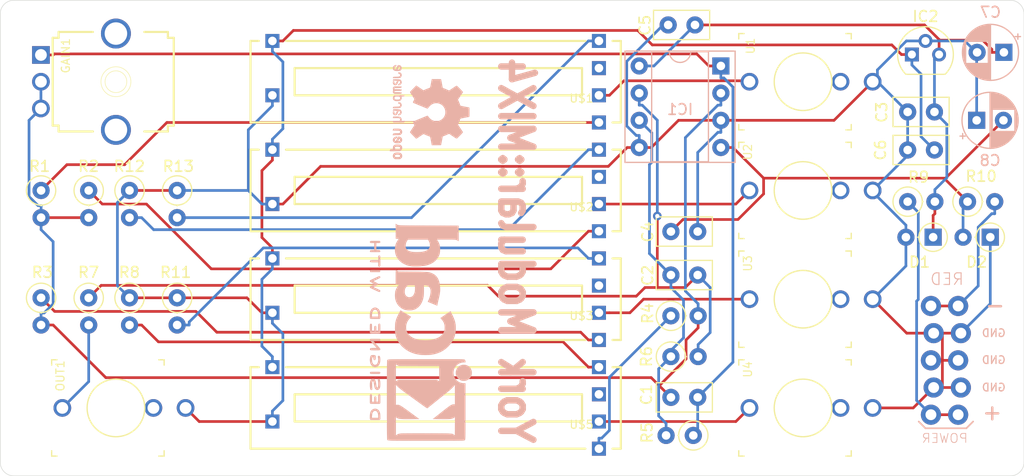
<source format=kicad_pcb>
(kicad_pcb (version 20171130) (host pcbnew 5.1.4-e60b266~84~ubuntu18.04.1)
  (layers (0 Top signal) (31 Bottom signal) (34 B.Paste user) (35 F.Paste user) (36 B.SilkS user) (37 F.SilkS user) (38 B.Mask user) (39 F.Mask user) (44 Edge.Cuts user))
  (net 0 "")
  (net 1 GND)
  (net 2 +5V)
  (net 3 V+)
  (net 4 V-)
  (net 5 "Net-(U$1-Pad1)")
  (net 6 "Net-(U$2-Pad1)")
  (net 7 "Net-(U$3-Pad1)")
  (net 8 "Net-(U$5-Pad1)")
  (net 9 "Net-(C1-Pad1)")
  (net 10 "Net-(R1-Pad1)")
  (net 11 "Net-(R2-Pad1)")
  (net 12 "Net-(R3-Pad1)")
  (net 13 "Net-(R4-Pad1)")
  (net 14 "Net-(C2-Pad1)")
  (net 15 "Net-(C2-Pad2)")
  (net 16 "Net-(C1-Pad2)")
  (net 17 "Net-(LOCK1-PadPOS1)")
  (net 18 "Net-(LOCK1-PadNEG1)")
  (net 19 "Net-(R13-Pad2)")
  (net 20 "Net-(R12-Pad2)")
  (net 21 "Net-(R11-Pad2)")
  (net 22 "Net-(R8-Pad2)")
  (net 23 "Net-(OUT1-PadP$1_TIP)")
  (module Symbol:KiCad-Logo2_8mm_SilkScreen (layer Bottom) (at 140.807 113.813 90)
    (fp_text reference REF** hide)
    (fp_text value KiCad-Logo2_8mm_SilkScreen hide)
  )
  (module Symbol:OSHW-Logo2_9.8x8mm_SilkScreen (layer Bottom) (at 140.807 93.239 90)
    (fp_text reference REF** hide)
    (fp_text value OSHW-Logo2_9.8x8mm_SilkScreen hide)
  )
  (module Package_TO_SOT_THT:TO-92 (layer Top) (at 185.814 87.8536)
    (fp_text reference IC2 (at 1.27 -3.56) (layer F.SilkS))
    (fp_text value 78Z)
    (pad 1 thru_hole rect (at 0 0 90) (size 1.3 1.3) (drill 0.75) (layers *.Cu *.Mask) (net 2 +5V))
    (pad 3 thru_hole circle (at 2.54 0 90) (size 1.3 1.3) (drill 0.75) (layers *.Cu *.Mask) (net 3 V+))
    (pad 2 thru_hole circle (at 1.27 -1.27 90) (size 1.3 1.3) (drill 0.75) (layers *.Cu *.Mask) (net 1 GND))
  )
  (module Diode_THT:D_DO-35_SOD27_P2.54mm_Vertical_AnodeUp (layer Top) (at 193.131 104.923 180)
    (fp_text reference D2 (at 1.27 -2.326371) (layer F.SilkS))
    (fp_text value D)
    (pad 2 thru_hole oval (at 2.54 0 180) (size 1.6 1.6) (drill 0.8) (layers *.Cu *.Mask) (net 4 V-))
    (pad 1 thru_hole rect (at 0 0 180) (size 1.6 1.6) (drill 0.8) (layers *.Cu *.Mask) (net 1 GND))
  )
  (module Diode_THT:D_DO-35_SOD27_P2.54mm_Vertical_AnodeUp (layer Top) (at 187.797 104.923 180)
    (fp_text reference D1 (at 1.27 -2.326371) (layer F.SilkS))
    (fp_text value D)
    (pad 2 thru_hole oval (at 2.54 0 180) (size 1.6 1.6) (drill 0.8) (layers *.Cu *.Mask) (net 1 GND))
    (pad 1 thru_hole rect (at 0 0 180) (size 1.6 1.6) (drill 0.8) (layers *.Cu *.Mask) (net 3 V+))
  )
  (module Capacitor_THT:CP_Radial_D5.0mm_P2.50mm (layer Bottom) (at 191.861 94.001)
    (fp_text reference C8 (at 1.25 3.75) (layer B.SilkS) (effects (justify mirror)))
    (fp_text value CP)
    (pad 2 thru_hole circle (at 2.5 0) (size 1.6 1.6) (drill 0.8) (layers *.Cu *.Mask) (net 4 V-))
    (pad 1 thru_hole rect (at 0 0) (size 1.6 1.6) (drill 0.8) (layers *.Cu *.Mask) (net 1 GND))
  )
  (module Capacitor_THT:CP_Radial_D5.0mm_P2.50mm (layer Bottom) (at 194.401 87.651 180)
    (fp_text reference C7 (at 1.25 3.75) (layer B.SilkS) (effects (justify mirror)))
    (fp_text value CP)
    (pad 2 thru_hole circle (at 2.5 0 180) (size 1.6 1.6) (drill 0.8) (layers *.Cu *.Mask) (net 1 GND))
    (pad 1 thru_hole rect (at 0 0 180) (size 1.6 1.6) (drill 0.8) (layers *.Cu *.Mask) (net 3 V+))
  )
  (module Package_DIP:DIP-8_W7.62mm_Socket (layer Bottom) (at 167.985 88.921 180)
    (fp_text reference IC1 (at 3.81 -4.064) (layer B.SilkS) (effects (justify mirror)))
    (fp_text value TL072P)
    (pad 8 thru_hole oval (at 7.62 0 180) (size 1.6 1.6) (drill 0.8) (layers *.Cu *.Mask) (net 3 V+))
    (pad 4 thru_hole oval (at 0 -7.62 180) (size 1.6 1.6) (drill 0.8) (layers *.Cu *.Mask) (net 4 V-))
    (pad 7 thru_hole oval (at 7.62 -2.54 180) (size 1.6 1.6) (drill 0.8) (layers *.Cu *.Mask) (net 15 "Net-(C2-Pad2)"))
    (pad 3 thru_hole oval (at 0 -5.08 180) (size 1.6 1.6) (drill 0.8) (layers *.Cu *.Mask) (net 1 GND))
    (pad 6 thru_hole oval (at 7.62 -5.08 180) (size 1.6 1.6) (drill 0.8) (layers *.Cu *.Mask) (net 14 "Net-(C2-Pad1)"))
    (pad 2 thru_hole oval (at 0 -2.54 180) (size 1.6 1.6) (drill 0.8) (layers *.Cu *.Mask) (net 9 "Net-(C1-Pad1)"))
    (pad 5 thru_hole oval (at 7.62 -7.62 180) (size 1.6 1.6) (drill 0.8) (layers *.Cu *.Mask) (net 1 GND))
    (pad 1 thru_hole rect (at 0 0 180) (size 1.6 1.6) (drill 0.8) (layers *.Cu *.Mask) (net 16 "Net-(C1-Pad2)"))
  )
  (module Capacitor_THT:C_Disc_D5.0mm_W2.5mm_P2.50mm (layer Top) (at 163.322 108.458)
    (fp_text reference C2 (at -2.1716 0.0304 90) (layer F.SilkS))
    (fp_text value 47p)
    (pad 2 thru_hole circle (at 2.5 0) (size 1.6 1.6) (drill 0.8) (layers *.Cu *.Mask) (net 15 "Net-(C2-Pad2)"))
    (pad 1 thru_hole circle (at 0 0) (size 1.6 1.6) (drill 0.8) (layers *.Cu *.Mask) (net 14 "Net-(C2-Pad1)"))
  )
  (module Capacitor_THT:C_Disc_D5.0mm_W2.5mm_P2.50mm (layer Top) (at 185.42 93.218)
    (fp_text reference C3 (at -2.4256 0.0304 90) (layer F.SilkS))
    (fp_text value 100n)
    (pad 1 thru_hole circle (at 0 0) (size 1.6 1.6) (drill 0.8) (layers *.Cu *.Mask) (net 1 GND))
    (pad 2 thru_hole circle (at 2.5 0) (size 1.6 1.6) (drill 0.8) (layers *.Cu *.Mask) (net 3 V+))
  )
  (module Capacitor_THT:C_Disc_D5.0mm_W2.5mm_P2.50mm (layer Top) (at 163.322 104.394)
    (fp_text reference C4 (at -2.1716 0.0304 90) (layer F.SilkS))
    (fp_text value 100n)
    (pad 2 thru_hole circle (at 2.5 0) (size 1.6 1.6) (drill 0.8) (layers *.Cu *.Mask) (net 1 GND))
    (pad 1 thru_hole circle (at 0 0) (size 1.6 1.6) (drill 0.8) (layers *.Cu *.Mask) (net 4 V-))
  )
  (module Capacitor_THT:C_Disc_D5.0mm_W2.5mm_P2.50mm (layer Top) (at 163.068 85.09)
    (fp_text reference C5 (at -2.1716 0.0304 90) (layer F.SilkS))
    (fp_text value 100n)
    (pad 1 thru_hole circle (at 0 0) (size 1.6 1.6) (drill 0.8) (layers *.Cu *.Mask) (net 1 GND))
    (pad 2 thru_hole circle (at 2.5 0) (size 1.6 1.6) (drill 0.8) (layers *.Cu *.Mask) (net 3 V+))
  )
  (module Capacitor_THT:C_Disc_D5.0mm_W2.5mm_P2.50mm (layer Top) (at 185.42 96.774)
    (fp_text reference C6 (at -2.54 0 90) (layer F.SilkS))
    (fp_text value 100n)
    (pad 2 thru_hole circle (at 2.5 0) (size 1.6 1.6) (drill 0.8) (layers *.Cu *.Mask) (net 2 +5V))
    (pad 1 thru_hole circle (at 0 0) (size 1.6 1.6) (drill 0.8) (layers *.Cu *.Mask) (net 1 GND))
  )
  (module Capacitor_THT:C_Disc_D5.0mm_W2.5mm_P2.50mm (layer Top) (at 163.322 119.888)
    (fp_text reference C1 (at -2.286 -0.254 90) (layer F.SilkS))
    (fp_text value 47p)
    (pad 1 thru_hole circle (at 0 0) (size 1.6 1.6) (drill 0.8) (layers *.Cu *.Mask) (net 9 "Net-(C1-Pad1)"))
    (pad 2 thru_hole circle (at 2.5 0) (size 1.6 1.6) (drill 0.8) (layers *.Cu *.Mask) (net 16 "Net-(C1-Pad2)"))
  )
  (module Resistor_THT:R_Axial_DIN0207_L6.3mm_D2.5mm_P2.54mm_Vertical (layer Top) (at 163.322 116.078)
    (fp_text reference R6 (at -2.286 0 90) (layer F.SilkS))
    (fp_text value 1k)
    (pad 1 thru_hole circle (at 0 0) (size 1.6 1.6) (drill 0.8) (layers *.Cu *.Mask) (net 14 "Net-(C2-Pad1)"))
    (pad 2 thru_hole oval (at 2.54 0) (size 1.6 1.6) (drill 0.8) (layers *.Cu *.Mask) (net 15 "Net-(C2-Pad2)"))
  )
  (module Resistor_THT:R_Axial_DIN0207_L6.3mm_D2.5mm_P2.54mm_Vertical (layer Top) (at 112.789 100.554 270)
    (fp_text reference R12 (at -2.2556 0.0126) (layer F.SilkS))
    (fp_text value 1k)
    (pad 2 thru_hole oval (at 2.54 0 270) (size 1.6 1.6) (drill 0.8) (layers *.Cu *.Mask) (net 20 "Net-(R12-Pad2)"))
    (pad 1 thru_hole circle (at 0 0 270) (size 1.6 1.6) (drill 0.8) (layers *.Cu *.Mask) (net 1 GND))
  )
  (module Resistor_THT:R_Axial_DIN0207_L6.3mm_D2.5mm_P2.54mm_Vertical (layer Top) (at 117.234 110.587 270)
    (fp_text reference R11 (at -2.3826 0.1396) (layer F.SilkS))
    (fp_text value 1k)
    (pad 1 thru_hole circle (at 0 0 270) (size 1.6 1.6) (drill 0.8) (layers *.Cu *.Mask) (net 1 GND))
    (pad 2 thru_hole oval (at 2.54 0 270) (size 1.6 1.6) (drill 0.8) (layers *.Cu *.Mask) (net 21 "Net-(R11-Pad2)"))
  )
  (module Resistor_THT:R_Axial_DIN0207_L6.3mm_D2.5mm_P2.54mm_Vertical (layer Top) (at 191.008 101.6)
    (fp_text reference R10 (at 1.27 -2.37) (layer F.SilkS))
    (fp_text value 22R)
    (pad 2 thru_hole oval (at 2.54 0) (size 1.6 1.6) (drill 0.8) (layers *.Cu *.Mask) (net 18 "Net-(LOCK1-PadNEG1)"))
    (pad 1 thru_hole circle (at 0 0) (size 1.6 1.6) (drill 0.8) (layers *.Cu *.Mask) (net 4 V-))
  )
  (module Resistor_THT:R_Axial_DIN0207_L6.3mm_D2.5mm_P2.54mm_Vertical (layer Top) (at 185.42 101.6)
    (fp_text reference R9 (at 1.016 -2.286 180) (layer F.SilkS))
    (fp_text value 22R)
    (pad 1 thru_hole circle (at 0 0) (size 1.6 1.6) (drill 0.8) (layers *.Cu *.Mask) (net 17 "Net-(LOCK1-PadPOS1)"))
    (pad 2 thru_hole oval (at 2.54 0) (size 1.6 1.6) (drill 0.8) (layers *.Cu *.Mask) (net 3 V+))
  )
  (module Resistor_THT:R_Axial_DIN0207_L6.3mm_D2.5mm_P2.54mm_Vertical (layer Top) (at 112.789 110.587 270)
    (fp_text reference R8 (at -2.3826 0.0126) (layer F.SilkS))
    (fp_text value 1k)
    (pad 2 thru_hole oval (at 2.54 0 270) (size 1.6 1.6) (drill 0.8) (layers *.Cu *.Mask) (net 22 "Net-(R8-Pad2)"))
    (pad 1 thru_hole circle (at 0 0 270) (size 1.6 1.6) (drill 0.8) (layers *.Cu *.Mask) (net 1 GND))
  )
  (module Resistor_THT:R_Axial_DIN0207_L6.3mm_D2.5mm_P2.54mm_Vertical (layer Top) (at 108.979 110.587 270)
    (fp_text reference R7 (at -2.3826 0.0126) (layer F.SilkS))
    (fp_text value 1k)
    (pad 1 thru_hole circle (at 0 0 270) (size 1.6 1.6) (drill 0.8) (layers *.Cu *.Mask) (net 15 "Net-(C2-Pad2)"))
    (pad 2 thru_hole oval (at 2.54 0 270) (size 1.6 1.6) (drill 0.8) (layers *.Cu *.Mask) (net 23 "Net-(OUT1-PadP$1_TIP)"))
  )
  (module Resistor_THT:R_Axial_DIN0207_L6.3mm_D2.5mm_P2.54mm_Vertical (layer Top) (at 165.412 123.444 180)
    (fp_text reference R5 (at 4.318 0.254 270) (layer F.SilkS))
    (fp_text value 1k)
    (pad 2 thru_hole oval (at 2.54 0 180) (size 1.6 1.6) (drill 0.8) (layers *.Cu *.Mask) (net 14 "Net-(C2-Pad1)"))
    (pad 1 thru_hole circle (at 0 0 180) (size 1.6 1.6) (drill 0.8) (layers *.Cu *.Mask) (net 16 "Net-(C1-Pad2)"))
  )
  (module Resistor_THT:R_Axial_DIN0207_L6.3mm_D2.5mm_P2.54mm_Vertical (layer Top) (at 163.322 112.268)
    (fp_text reference R4 (at -2.1716 -0.2236 90) (layer F.SilkS))
    (fp_text value 100k)
    (pad 1 thru_hole circle (at 0 0) (size 1.6 1.6) (drill 0.8) (layers *.Cu *.Mask) (net 13 "Net-(R4-Pad1)"))
    (pad 2 thru_hole oval (at 2.54 0) (size 1.6 1.6) (drill 0.8) (layers *.Cu *.Mask) (net 9 "Net-(C1-Pad1)"))
  )
  (module Resistor_THT:R_Axial_DIN0207_L6.3mm_D2.5mm_P2.54mm_Vertical (layer Top) (at 104.534 110.587 270)
    (fp_text reference R3 (at -2.3826 -0.1144) (layer F.SilkS))
    (fp_text value 100k)
    (pad 2 thru_hole oval (at 2.54 0 270) (size 1.6 1.6) (drill 0.8) (layers *.Cu *.Mask) (net 9 "Net-(C1-Pad1)"))
    (pad 1 thru_hole circle (at 0 0 270) (size 1.6 1.6) (drill 0.8) (layers *.Cu *.Mask) (net 12 "Net-(R3-Pad1)"))
  )
  (module Resistor_THT:R_Axial_DIN0207_L6.3mm_D2.5mm_P2.54mm_Vertical (layer Top) (at 108.979 100.554 270)
    (fp_text reference R2 (at -2.2556 0.0126) (layer F.SilkS))
    (fp_text value 100k)
    (pad 1 thru_hole circle (at 0 0 270) (size 1.6 1.6) (drill 0.8) (layers *.Cu *.Mask) (net 11 "Net-(R2-Pad1)"))
    (pad 2 thru_hole oval (at 2.54 0 270) (size 1.6 1.6) (drill 0.8) (layers *.Cu *.Mask) (net 9 "Net-(C1-Pad1)"))
  )
  (module Resistor_THT:R_Axial_DIN0207_L6.3mm_D2.5mm_P2.54mm_Vertical (layer Top) (at 117.234 100.554 270)
    (fp_text reference R13 (at -2.2556 -0.1144) (layer F.SilkS))
    (fp_text value 1k)
    (pad 2 thru_hole oval (at 2.54 0 270) (size 1.6 1.6) (drill 0.8) (layers *.Cu *.Mask) (net 19 "Net-(R13-Pad2)"))
    (pad 1 thru_hole circle (at 0 0 270) (size 1.6 1.6) (drill 0.8) (layers *.Cu *.Mask) (net 1 GND))
  )
  (module Resistor_THT:R_Axial_DIN0207_L6.3mm_D2.5mm_P2.54mm_Vertical (layer Top) (at 104.534 100.554 270)
    (fp_text reference R1 (at -2.2556 0.1396) (layer F.SilkS))
    (fp_text value 100k)
    (pad 1 thru_hole circle (at 0 0 270) (size 1.6 1.6) (drill 0.8) (layers *.Cu *.Mask) (net 10 "Net-(R1-Pad1)"))
    (pad 2 thru_hole oval (at 2.54 0 270) (size 1.6 1.6) (drill 0.8) (layers *.Cu *.Mask) (net 9 "Net-(C1-Pad1)"))
  )
  (module euroslideymixer:WQP-PJ301M-12_JACK (layer Top) (at 175.654 90.3936 90)
    (fp_text reference U1 (at 2.5096 -4.4576 90) (layer F.SilkS) (effects (font (size 0.76 0.76) (thickness 0.1064)) (justify left bottom)))
    (fp_text value THONKICONNNEW hide)
    (pad P$3_SLEEVE thru_hole circle (at 0 6.5 90) (size 1.65 1.65) (drill 1.1) (layers *.Cu *.Mask) (net 1 GND))
    (pad P$2_SWITCH thru_hole circle (at 0 3.5 90) (size 1.65 1.65) (drill 1.1) (layers *.Cu *.Mask))
    (pad P$1_TIP thru_hole circle (at 0 -5 90) (size 1.65 1.65) (drill 1.1) (layers *.Cu *.Mask) (net 5 "Net-(U$1-Pad1)"))
  )
  (module euroslideymixer:WQP-PJ301M-12_JACK (layer Top) (at 175.654 100.554 90)
    (fp_text reference U2 (at 2.7636 -4.7116 270) (layer F.SilkS) (effects (font (size 0.76 0.76) (thickness 0.1064)) (justify left bottom)))
    (fp_text value THONKICONNNEW hide)
    (pad P$3_SLEEVE thru_hole circle (at 0 6.5 90) (size 1.65 1.65) (drill 1.1) (layers *.Cu *.Mask) (net 1 GND))
    (pad P$2_SWITCH thru_hole circle (at 0 3.5 90) (size 1.65 1.65) (drill 1.1) (layers *.Cu *.Mask))
    (pad P$1_TIP thru_hole circle (at 0 -5 90) (size 1.65 1.65) (drill 1.1) (layers *.Cu *.Mask) (net 6 "Net-(U$2-Pad1)"))
  )
  (module euroslideymixer:WQP-PJ301M-12_JACK (layer Top) (at 175.654 110.714 90)
    (fp_text reference U3 (at 2.5096 -4.7116 270) (layer F.SilkS) (effects (font (size 0.76 0.76) (thickness 0.1064)) (justify left bottom)))
    (fp_text value THONKICONNNEW hide)
    (pad P$3_SLEEVE thru_hole circle (at 0 6.5 90) (size 1.65 1.65) (drill 1.1) (layers *.Cu *.Mask) (net 1 GND))
    (pad P$2_SWITCH thru_hole circle (at 0 3.5 90) (size 1.65 1.65) (drill 1.1) (layers *.Cu *.Mask))
    (pad P$1_TIP thru_hole circle (at 0 -5 90) (size 1.65 1.65) (drill 1.1) (layers *.Cu *.Mask) (net 7 "Net-(U$3-Pad1)"))
  )
  (module euroslideymixer:WQP-PJ301M-12_JACK (layer Top) (at 175.654 120.874 90)
    (fp_text reference U4 (at 2.7636 -4.7116 270) (layer F.SilkS) (effects (font (size 0.76 0.76) (thickness 0.1064)) (justify left bottom)))
    (fp_text value THONKICONNNEW hide)
    (pad P$3_SLEEVE thru_hole circle (at 0 6.5 90) (size 1.65 1.65) (drill 1.1) (layers *.Cu *.Mask) (net 1 GND))
    (pad P$2_SWITCH thru_hole circle (at 0 3.5 90) (size 1.65 1.65) (drill 1.1) (layers *.Cu *.Mask))
    (pad P$1_TIP thru_hole circle (at 0 -5 90) (size 1.65 1.65) (drill 1.1) (layers *.Cu *.Mask) (net 8 "Net-(U$5-Pad1)"))
  )
  (module euroslideymixer:WQP-PJ301M-12_JACK (layer Top) (at 111.519 120.874 90)
    (fp_text reference OUT1 (at 1.473 -4.748 270) (layer F.SilkS) (effects (font (size 0.76 0.76) (thickness 0.1064)) (justify left bottom)))
    (fp_text value THONKICONNNEW hide)
    (pad P$3_SLEEVE thru_hole circle (at 0 6.5 90) (size 1.65 1.65) (drill 1.1) (layers *.Cu *.Mask) (net 1 GND))
    (pad P$2_SWITCH thru_hole circle (at 0 3.5 90) (size 1.65 1.65) (drill 1.1) (layers *.Cu *.Mask))
    (pad P$1_TIP thru_hole circle (at 0 -5 90) (size 1.65 1.65) (drill 1.1) (layers *.Cu *.Mask) (net 23 "Net-(OUT1-PadP$1_TIP)"))
  )
  (module euroslideymixer:9MM_SNAP-IN_POT (layer Top) (at 111.519 90.3936 270)
    (fp_text reference GAIN1 (at -0.7106 4.24 90) (layer F.SilkS) (effects (font (size 0.76 0.76) (thickness 0.1064)) (justify left bottom)))
    (fp_text value 1M)
    (pad CHASSIS1 thru_hole circle (at -4.5 0 180) (size 2.794 2.794) (drill 2.1) (layers *.Cu *.Mask))
    (pad CHASSIS2 thru_hole circle (at 4.5 0 180) (size 2.794 2.794) (drill 2.1) (layers *.Cu *.Mask))
    (pad 3 thru_hole circle (at 2.5 7 180) (size 1.65 1.65) (drill 1.1) (layers *.Cu *.Mask) (net 9 "Net-(C1-Pad1)"))
    (pad 2 thru_hole circle (at 0 7 180) (size 1.65 1.65) (drill 1.1) (layers *.Cu *.Mask) (net 9 "Net-(C1-Pad1)"))
    (pad 1 thru_hole rect (at -2.5 7 180) (size 1.65 1.65) (drill 1.1) (layers *.Cu *.Mask) (net 16 "Net-(C1-Pad2)"))
  )
  (module euroslideymixer:EURO_PWR_HEADER_LOCK (layer Bottom) (at 188.989 116.429 270)
    (fp_text reference LOCK1 hide)
    (fp_text value EURO_POWER_LOCK hide)
    (fp_text user RED (at -6.9546 1.5366) (layer B.SilkS) (effects (font (size 1.08585 1.08585) (thickness 0.09144)) (justify right bottom mirror)))
    (fp_text user - (at -4.318231 -3.5434 180) (layer B.SilkS) (effects (font (size 1.4478 1.4478) (thickness 0.2286)) (justify right bottom mirror)))
    (fp_text user + (at 5.9994 -5.0674 90) (layer B.SilkS) (effects (font (size 1.4478 1.4478) (thickness 0.2286)) (justify right bottom mirror)))
    (fp_text user GND (at 2.9514 -3.2894 180) (layer B.SilkS) (effects (font (size 0.7239 0.7239) (thickness 0.1143)) (justify right bottom mirror)))
    (fp_text user GND (at 0.389575 -3.2894 180) (layer B.SilkS) (effects (font (size 0.7239 0.7239) (thickness 0.1143)) (justify right bottom mirror)))
    (fp_text user GND (at -2.1286 -3.2894 180) (layer B.SilkS) (effects (font (size 0.7239 0.7239) (thickness 0.1143)) (justify right bottom mirror)))
    (fp_text user POWER (at 7.7774 2.2986) (layer B.SilkS) (effects (font (size 0.84455 0.84455) (thickness 0.07112)) (justify right bottom mirror)))
    (pad POS1 thru_hole circle (at 5.08 1.397 270) (size 1.8796 1.8796) (drill 1.016) (layers *.Cu *.Mask) (net 17 "Net-(LOCK1-PadPOS1)"))
    (pad GND5 thru_hole circle (at 2.54 1.143 270) (size 1.8796 1.8796) (drill 1.016) (layers *.Cu *.Mask) (net 1 GND))
    (pad GND3 thru_hole circle (at 0 1.397 270) (size 1.8796 1.8796) (drill 1.016) (layers *.Cu *.Mask) (net 1 GND))
    (pad GND1 thru_hole circle (at -2.54 1.143 270) (size 1.8796 1.8796) (drill 1.016) (layers *.Cu *.Mask) (net 1 GND))
    (pad NEG1 thru_hole circle (at -5.08 1.397 270) (size 1.8796 1.8796) (drill 1.016) (layers *.Cu *.Mask) (net 18 "Net-(LOCK1-PadNEG1)"))
    (pad POS2 thru_hole circle (at 5.08 -1.143 270) (size 1.8796 1.8796) (drill 1.016) (layers *.Cu *.Mask) (net 17 "Net-(LOCK1-PadPOS1)"))
    (pad GND6 thru_hole circle (at 2.54 -1.397 270) (size 1.8796 1.8796) (drill 1.016) (layers *.Cu *.Mask) (net 1 GND))
    (pad GND4 thru_hole circle (at 0 -1.143 270) (size 1.8796 1.8796) (drill 1.016) (layers *.Cu *.Mask) (net 1 GND))
    (pad GND2 thru_hole circle (at -2.54 -1.397 270) (size 1.8796 1.8796) (drill 1.016) (layers *.Cu *.Mask) (net 1 GND))
    (pad NEG2 thru_hole circle (at -5.08 -1.143 270) (size 1.8796 1.8796) (drill 1.016) (layers *.Cu *.Mask) (net 18 "Net-(LOCK1-PadNEG1)"))
  )
  (module euroslideymixer:ALPHA_ILL_FADER_20MM (layer Top) (at 141.364 90.3936 180)
    (fp_text reference U$1 (at -12.42 -2) (layer F.SilkS) (effects (font (size 0.76 0.76) (thickness 0.1064)) (justify left bottom)))
    (fp_text value 50k)
    (pad 3 thru_hole rect (at 15.24 -1.27 180) (size 1.308 1.308) (drill 0.8) (layers *.Cu *.Mask) (net 1 GND))
    (pad B thru_hole rect (at 15.24 3.81 180) (size 1.308 1.308) (drill 0.8) (layers *.Cu *.Mask) (net 2 +5V))
    (pad E thru_hole rect (at -15.24 3.81 180) (size 1.308 1.308) (drill 0.8) (layers *.Cu *.Mask) (net 19 "Net-(R13-Pad2)"))
    (pad L thru_hole rect (at -15.24 1.27 180) (size 1.308 1.308) (drill 0.8) (layers *.Cu *.Mask))
    (pad 1 thru_hole rect (at -15.24 -1.27 180) (size 1.308 1.308) (drill 0.8) (layers *.Cu *.Mask) (net 5 "Net-(U$1-Pad1)"))
    (pad 2 thru_hole rect (at -15.24 -3.81 180) (size 1.308 1.308) (drill 0.8) (layers *.Cu *.Mask) (net 10 "Net-(R1-Pad1)"))
  )
  (module euroslideymixer:ALPHA_ILL_FADER_20MM (layer Top) (at 141.364 100.554 180)
    (fp_text reference U$2 (at -12.42 -2) (layer F.SilkS) (effects (font (size 0.76 0.76) (thickness 0.1064)) (justify left bottom)))
    (fp_text value 50k)
    (pad 3 thru_hole rect (at 15.24 -1.27 180) (size 1.308 1.308) (drill 0.8) (layers *.Cu *.Mask) (net 1 GND))
    (pad B thru_hole rect (at 15.24 3.81 180) (size 1.308 1.308) (drill 0.8) (layers *.Cu *.Mask) (net 2 +5V))
    (pad E thru_hole rect (at -15.24 3.81 180) (size 1.308 1.308) (drill 0.8) (layers *.Cu *.Mask) (net 20 "Net-(R12-Pad2)"))
    (pad L thru_hole rect (at -15.24 1.27 180) (size 1.308 1.308) (drill 0.8) (layers *.Cu *.Mask))
    (pad 1 thru_hole rect (at -15.24 -1.27 180) (size 1.308 1.308) (drill 0.8) (layers *.Cu *.Mask) (net 6 "Net-(U$2-Pad1)"))
    (pad 2 thru_hole rect (at -15.24 -3.81 180) (size 1.308 1.308) (drill 0.8) (layers *.Cu *.Mask) (net 11 "Net-(R2-Pad1)"))
  )
  (module euroslideymixer:ALPHA_ILL_FADER_20MM (layer Top) (at 141.364 110.714 180)
    (fp_text reference U$3 (at -12.42 -2) (layer F.SilkS) (effects (font (size 0.76 0.76) (thickness 0.1064)) (justify left bottom)))
    (fp_text value 50k)
    (pad 3 thru_hole rect (at 15.24 -1.27 180) (size 1.308 1.308) (drill 0.8) (layers *.Cu *.Mask) (net 1 GND))
    (pad B thru_hole rect (at 15.24 3.81 180) (size 1.308 1.308) (drill 0.8) (layers *.Cu *.Mask) (net 2 +5V))
    (pad E thru_hole rect (at -15.24 3.81 180) (size 1.308 1.308) (drill 0.8) (layers *.Cu *.Mask) (net 21 "Net-(R11-Pad2)"))
    (pad L thru_hole rect (at -15.24 1.27 180) (size 1.308 1.308) (drill 0.8) (layers *.Cu *.Mask))
    (pad 1 thru_hole rect (at -15.24 -1.27 180) (size 1.308 1.308) (drill 0.8) (layers *.Cu *.Mask) (net 7 "Net-(U$3-Pad1)"))
    (pad 2 thru_hole rect (at -15.24 -3.81 180) (size 1.308 1.308) (drill 0.8) (layers *.Cu *.Mask) (net 12 "Net-(R3-Pad1)"))
  )
  (module euroslideymixer:ALPHA_ILL_FADER_20MM (layer Top) (at 141.364 120.874 180)
    (fp_text reference U$5 (at -12.42 -2) (layer F.SilkS) (effects (font (size 0.76 0.76) (thickness 0.1064)) (justify left bottom)))
    (fp_text value 50k)
    (pad 3 thru_hole rect (at 15.24 -1.27 180) (size 1.308 1.308) (drill 0.8) (layers *.Cu *.Mask) (net 1 GND))
    (pad B thru_hole rect (at 15.24 3.81 180) (size 1.308 1.308) (drill 0.8) (layers *.Cu *.Mask) (net 2 +5V))
    (pad E thru_hole rect (at -15.24 3.81 180) (size 1.308 1.308) (drill 0.8) (layers *.Cu *.Mask) (net 22 "Net-(R8-Pad2)"))
    (pad L thru_hole rect (at -15.24 1.27 180) (size 1.308 1.308) (drill 0.8) (layers *.Cu *.Mask))
    (pad 1 thru_hole rect (at -15.24 -1.27 180) (size 1.308 1.308) (drill 0.8) (layers *.Cu *.Mask) (net 8 "Net-(U$5-Pad1)"))
    (pad 2 thru_hole rect (at -15.24 -3.81 180) (size 1.308 1.308) (drill 0.8) (layers *.Cu *.Mask) (net 13 "Net-(R4-Pad1)"))
  )
  (gr_text "York Modular::MIX4" (at 148.844 106.172 270) (layer B.SilkS) (effects (font (size 3 2.5) (thickness 0.6)) (justify mirror)))
  (gr_line (start 196.2786 125.9536) (end 196.2786 84.0536) (layer Edge.Cuts) (width 0.05))
  (gr_arc (start 195.0086 84.0536) (end 196.2786 84.0536) (angle -90) (layer Edge.Cuts) (width 0.05))
  (gr_line (start 195.0086 82.7836) (end 101.9936 82.7836) (layer Edge.Cuts) (width 0.05))
  (gr_arc (start 101.9936 84.0536) (end 101.9936 82.7836) (angle -90) (layer Edge.Cuts) (width 0.05))
  (gr_line (start 100.7236 84.0536) (end 100.7236 125.9536) (layer Edge.Cuts) (width 0.05))
  (gr_arc (start 101.9936 125.9536) (end 100.7236 125.9536) (angle -90) (layer Edge.Cuts) (width 0.05))
  (gr_line (start 101.9936 127.2236) (end 195.0086 127.2236) (layer Edge.Cuts) (width 0.05))
  (gr_arc (start 195.0086 125.9536) (end 195.0086 127.2236) (angle -90) (layer Edge.Cuts) (width 0.05))
  (segment (start 126.124 111.984) (end 125.1447 111.984) (width 0.25) (layer Top) (net 1))
  (segment (start 125.1447 111.984) (end 123.7477 110.587) (width 0.25) (layer Top) (net 1))
  (segment (start 123.7477 110.587) (end 117.234 110.587) (width 0.25) (layer Top) (net 1))
  (segment (start 123.8747 100.554) (end 125.1447 101.824) (width 0.25) (layer Bottom) (net 1))
  (segment (start 117.234 100.554) (end 123.8747 100.554) (width 0.25) (layer Bottom) (net 1))
  (segment (start 123.8747 100.554) (end 123.8747 94.8922) (width 0.25) (layer Bottom) (net 1))
  (segment (start 123.8747 94.8922) (end 126.124 92.6429) (width 0.25) (layer Bottom) (net 1))
  (segment (start 126.124 91.6636) (end 126.124 92.6429) (width 0.25) (layer Bottom) (net 1))
  (segment (start 112.789 100.554) (end 117.234 100.554) (width 0.25) (layer Top) (net 1))
  (segment (start 160.365 96.541) (end 160.365 95.4157) (width 0.25) (layer Bottom) (net 1))
  (segment (start 160.365 95.4157) (end 160.0837 95.4157) (width 0.25) (layer Bottom) (net 1))
  (segment (start 160.0837 95.4157) (end 159.1988 94.5308) (width 0.25) (layer Bottom) (net 1))
  (segment (start 159.1988 94.5308) (end 159.1988 88.4937) (width 0.25) (layer Bottom) (net 1))
  (segment (start 159.1988 88.4937) (end 162.6025 85.09) (width 0.25) (layer Bottom) (net 1))
  (segment (start 162.6025 85.09) (end 163.068 85.09) (width 0.25) (layer Bottom) (net 1))
  (segment (start 188.6614 113.889) (end 187.846 113.889) (width 0.25) (layer Top) (net 1))
  (segment (start 190.386 113.889) (end 188.6614 113.889) (width 0.25) (layer Top) (net 1))
  (segment (start 188.6614 113.889) (end 188.6614 116.429) (width 0.25) (layer Top) (net 1))
  (segment (start 188.6614 116.429) (end 187.592 116.429) (width 0.25) (layer Top) (net 1))
  (segment (start 190.132 116.429) (end 188.6614 116.429) (width 0.25) (layer Top) (net 1))
  (segment (start 188.6614 116.429) (end 188.6614 118.969) (width 0.25) (layer Top) (net 1))
  (segment (start 188.6614 118.969) (end 187.846 118.969) (width 0.25) (layer Top) (net 1))
  (segment (start 190.386 118.969) (end 188.6614 118.969) (width 0.25) (layer Top) (net 1))
  (segment (start 182.154 110.714) (end 185.329 113.889) (width 0.25) (layer Top) (net 1))
  (segment (start 185.329 113.889) (end 187.846 113.889) (width 0.25) (layer Top) (net 1))
  (segment (start 167.985 94.001) (end 178.5466 94.001) (width 0.25) (layer Top) (net 1))
  (segment (start 178.5466 94.001) (end 182.154 90.3936) (width 0.25) (layer Top) (net 1))
  (segment (start 161.4903 96.541) (end 164.0303 94.001) (width 0.25) (layer Top) (net 1))
  (segment (start 164.0303 94.001) (end 167.985 94.001) (width 0.25) (layer Top) (net 1))
  (segment (start 182.154 100.554) (end 185.42 97.288) (width 0.25) (layer Bottom) (net 1))
  (segment (start 185.42 97.288) (end 185.42 96.774) (width 0.25) (layer Bottom) (net 1))
  (segment (start 185.257 103.7977) (end 182.154 100.6947) (width 0.25) (layer Bottom) (net 1))
  (segment (start 182.154 100.6947) (end 182.154 100.554) (width 0.25) (layer Bottom) (net 1))
  (segment (start 185.257 104.923) (end 185.257 103.7977) (width 0.25) (layer Bottom) (net 1))
  (segment (start 182.154 110.714) (end 185.257 107.611) (width 0.25) (layer Bottom) (net 1))
  (segment (start 185.257 107.611) (end 185.257 104.923) (width 0.25) (layer Bottom) (net 1))
  (segment (start 160.365 96.541) (end 159.2397 96.541) (width 0.25) (layer Top) (net 1))
  (segment (start 126.124 101.824) (end 127.1033 101.824) (width 0.25) (layer Top) (net 1))
  (segment (start 127.1033 101.824) (end 130.6227 98.3046) (width 0.25) (layer Top) (net 1))
  (segment (start 130.6227 98.3046) (end 157.4761 98.3046) (width 0.25) (layer Top) (net 1))
  (segment (start 157.4761 98.3046) (end 159.2397 96.541) (width 0.25) (layer Top) (net 1))
  (segment (start 126.124 101.824) (end 125.1447 101.824) (width 0.25) (layer Bottom) (net 1))
  (segment (start 182.5956 90.3936) (end 185.42 93.218) (width 0.25) (layer Bottom) (net 1))
  (segment (start 182.154 90.3936) (end 182.5956 90.3936) (width 0.25) (layer Bottom) (net 1))
  (segment (start 182.5956 90.3936) (end 182.5956 89.2917) (width 0.25) (layer Bottom) (net 1))
  (segment (start 182.5956 89.2917) (end 185.3037 86.5836) (width 0.25) (layer Bottom) (net 1))
  (segment (start 185.3037 86.5836) (end 187.084 86.5836) (width 0.25) (layer Bottom) (net 1))
  (segment (start 191.861 87.691) (end 191.861 94.001) (width 0.25) (layer Bottom) (net 1))
  (segment (start 191.901 87.651) (end 191.861 87.691) (width 0.25) (layer Bottom) (net 1))
  (segment (start 191.861 87.691) (end 190.7536 86.5836) (width 0.25) (layer Bottom) (net 1))
  (segment (start 190.7536 86.5836) (end 187.084 86.5836) (width 0.25) (layer Bottom) (net 1))
  (segment (start 160.365 96.541) (end 161.4903 96.541) (width 0.25) (layer Top) (net 1))
  (segment (start 167.985 94.001) (end 167.985 95.1263) (width 0.25) (layer Bottom) (net 1))
  (segment (start 165.822 104.394) (end 165.822 97.008) (width 0.25) (layer Bottom) (net 1))
  (segment (start 165.822 97.008) (end 167.7037 95.1263) (width 0.25) (layer Bottom) (net 1))
  (segment (start 167.7037 95.1263) (end 167.985 95.1263) (width 0.25) (layer Bottom) (net 1))
  (segment (start 185.42 93.218) (end 185.42 96.774) (width 0.25) (layer Bottom) (net 1))
  (segment (start 112.789 100.554) (end 111.6579 101.6851) (width 0.25) (layer Bottom) (net 1))
  (segment (start 111.6579 101.6851) (end 111.6579 109.4559) (width 0.25) (layer Bottom) (net 1))
  (segment (start 111.6579 109.4559) (end 112.789 110.587) (width 0.25) (layer Bottom) (net 1))
  (segment (start 112.789 110.587) (end 117.234 110.587) (width 0.25) (layer Top) (net 1))
  (segment (start 190.386 113.889) (end 193.131 111.144) (width 0.25) (layer Bottom) (net 1))
  (segment (start 193.131 111.144) (end 193.131 104.923) (width 0.25) (layer Bottom) (net 1))
  (segment (start 187.846 118.969) (end 185.941 120.874) (width 0.25) (layer Top) (net 1))
  (segment (start 185.941 120.874) (end 182.154 120.874) (width 0.25) (layer Top) (net 1))
  (segment (start 126.124 122.144) (end 126.124 121.1647) (width 0.25) (layer Bottom) (net 1))
  (segment (start 126.124 111.984) (end 126.124 112.9633) (width 0.25) (layer Bottom) (net 1))
  (segment (start 126.124 112.9633) (end 127.1033 113.9426) (width 0.25) (layer Bottom) (net 1))
  (segment (start 127.1033 113.9426) (end 127.1033 120.1854) (width 0.25) (layer Bottom) (net 1))
  (segment (start 127.1033 120.1854) (end 126.124 121.1647) (width 0.25) (layer Bottom) (net 1))
  (segment (start 126.124 122.144) (end 119.289 122.144) (width 0.25) (layer Top) (net 1))
  (segment (start 119.289 122.144) (end 118.019 120.874) (width 0.25) (layer Top) (net 1))
  (segment (start 185.814 87.8536) (end 184.8387 87.8536) (width 0.25) (layer Top) (net 2))
  (segment (start 126.124 86.5836) (end 127.1033 86.5836) (width 0.25) (layer Top) (net 2))
  (segment (start 127.1033 86.5836) (end 128.0827 85.6042) (width 0.25) (layer Top) (net 2))
  (segment (start 128.0827 85.6042) (end 160.2299 85.6042) (width 0.25) (layer Top) (net 2))
  (segment (start 160.2299 85.6042) (end 161.581 86.9553) (width 0.25) (layer Top) (net 2))
  (segment (start 161.581 86.9553) (end 183.9404 86.9553) (width 0.25) (layer Top) (net 2))
  (segment (start 183.9404 86.9553) (end 184.8387 87.8536) (width 0.25) (layer Top) (net 2))
  (segment (start 126.124 96.744) (end 126.124 97.7233) (width 0.25) (layer Top) (net 2))
  (segment (start 126.124 106.904) (end 126.124 105.9247) (width 0.25) (layer Top) (net 2))
  (segment (start 126.124 105.9247) (end 125.1447 104.9454) (width 0.25) (layer Top) (net 2))
  (segment (start 125.1447 104.9454) (end 125.1447 98.7026) (width 0.25) (layer Top) (net 2))
  (segment (start 125.1447 98.7026) (end 126.124 97.7233) (width 0.25) (layer Top) (net 2))
  (segment (start 185.814 87.8536) (end 185.814 88.8289) (width 0.25) (layer Bottom) (net 2))
  (segment (start 187.92 96.774) (end 186.6701 95.5241) (width 0.25) (layer Bottom) (net 2))
  (segment (start 186.6701 95.5241) (end 186.6701 89.685) (width 0.25) (layer Bottom) (net 2))
  (segment (start 186.6701 89.685) (end 185.814 88.8289) (width 0.25) (layer Bottom) (net 2))
  (segment (start 126.124 86.5836) (end 126.124 87.5629) (width 0.25) (layer Bottom) (net 2))
  (segment (start 126.124 96.744) (end 126.124 95.7647) (width 0.25) (layer Bottom) (net 2))
  (segment (start 126.124 95.7647) (end 127.1033 94.7854) (width 0.25) (layer Bottom) (net 2))
  (segment (start 127.1033 94.7854) (end 127.1033 88.5422) (width 0.25) (layer Bottom) (net 2))
  (segment (start 127.1033 88.5422) (end 126.124 87.5629) (width 0.25) (layer Bottom) (net 2))
  (segment (start 126.124 106.904) (end 126.124 107.8833) (width 0.25) (layer Bottom) (net 2))
  (segment (start 126.124 117.064) (end 126.124 116.0847) (width 0.25) (layer Bottom) (net 2))
  (segment (start 126.124 116.0847) (end 125.1447 115.1054) (width 0.25) (layer Bottom) (net 2))
  (segment (start 125.1447 115.1054) (end 125.1447 108.8626) (width 0.25) (layer Bottom) (net 2))
  (segment (start 125.1447 108.8626) (end 126.124 107.8833) (width 0.25) (layer Bottom) (net 2))
  (segment (start 187.96 101.6) (end 187.96 100.4747) (width 0.25) (layer Bottom) (net 3))
  (segment (start 187.96 100.4747) (end 189.0759 99.3588) (width 0.25) (layer Bottom) (net 3))
  (segment (start 189.0759 99.3588) (end 189.0759 94.3739) (width 0.25) (layer Bottom) (net 3))
  (segment (start 189.0759 94.3739) (end 187.92 93.218) (width 0.25) (layer Bottom) (net 3))
  (segment (start 187.96 101.6) (end 187.96 102.7253) (width 0.25) (layer Top) (net 3))
  (segment (start 187.96 102.7253) (end 187.797 102.8883) (width 0.25) (layer Top) (net 3))
  (segment (start 187.797 102.8883) (end 187.797 104.923) (width 0.25) (layer Top) (net 3))
  (segment (start 165.568 85.09) (end 161.737 88.921) (width 0.25) (layer Bottom) (net 3))
  (segment (start 161.737 88.921) (end 160.365 88.921) (width 0.25) (layer Bottom) (net 3))
  (segment (start 188.354 86.5113) (end 188.354 87.8536) (width 0.25) (layer Top) (net 3))
  (segment (start 165.568 85.09) (end 186.9899 85.09) (width 0.25) (layer Top) (net 3))
  (segment (start 186.9899 85.09) (end 188.354 86.4541) (width 0.25) (layer Top) (net 3))
  (segment (start 188.354 86.4541) (end 188.354 86.5113) (width 0.25) (layer Top) (net 3))
  (segment (start 193.2757 87.651) (end 193.2757 87.3697) (width 0.25) (layer Top) (net 3))
  (segment (start 193.2757 87.3697) (end 192.4173 86.5113) (width 0.25) (layer Top) (net 3))
  (segment (start 192.4173 86.5113) (end 188.354 86.5113) (width 0.25) (layer Top) (net 3))
  (segment (start 194.401 87.651) (end 193.2757 87.651) (width 0.25) (layer Top) (net 3))
  (segment (start 187.92 93.218) (end 187.92 88.2876) (width 0.25) (layer Bottom) (net 3))
  (segment (start 187.92 88.2876) (end 188.354 87.8536) (width 0.25) (layer Bottom) (net 3))
  (segment (start 191.008 101.6) (end 190.591 102.017) (width 0.25) (layer Bottom) (net 4))
  (segment (start 190.591 102.017) (end 190.591 104.923) (width 0.25) (layer Bottom) (net 4))
  (segment (start 188.885 99.477) (end 188.8116 99.4036) (width 0.25) (layer Top) (net 4))
  (segment (start 188.8116 99.4036) (end 171.9729 99.4036) (width 0.25) (layer Top) (net 4))
  (segment (start 191.008 101.6) (end 188.885 99.477) (width 0.25) (layer Top) (net 4))
  (segment (start 194.361 94.001) (end 188.885 99.477) (width 0.25) (layer Top) (net 4))
  (segment (start 171.9729 99.4036) (end 169.1103 96.541) (width 0.25) (layer Top) (net 4))
  (segment (start 163.322 104.394) (end 164.4474 103.2686) (width 0.25) (layer Top) (net 4))
  (segment (start 164.4474 103.2686) (end 169.58 103.2686) (width 0.25) (layer Top) (net 4))
  (segment (start 169.58 103.2686) (end 171.9729 100.8757) (width 0.25) (layer Top) (net 4))
  (segment (start 171.9729 100.8757) (end 171.9729 99.4036) (width 0.25) (layer Top) (net 4))
  (segment (start 167.985 96.541) (end 169.1103 96.541) (width 0.25) (layer Top) (net 4))
  (segment (start 156.604 91.6636) (end 157.5833 91.6636) (width 0.25) (layer Top) (net 5))
  (segment (start 157.5833 91.6636) (end 158.9401 90.3068) (width 0.25) (layer Top) (net 5))
  (segment (start 158.9401 90.3068) (end 170.5672 90.3068) (width 0.25) (layer Top) (net 5))
  (segment (start 170.5672 90.3068) (end 170.654 90.3936) (width 0.25) (layer Top) (net 5))
  (segment (start 156.604 101.824) (end 169.384 101.824) (width 0.25) (layer Top) (net 6))
  (segment (start 169.384 101.824) (end 170.654 100.554) (width 0.25) (layer Top) (net 6))
  (segment (start 157.5833 111.984) (end 159.4937 111.984) (width 0.25) (layer Top) (net 7))
  (segment (start 159.4937 111.984) (end 160.7637 110.714) (width 0.25) (layer Top) (net 7))
  (segment (start 160.7637 110.714) (end 170.654 110.714) (width 0.25) (layer Top) (net 7))
  (segment (start 156.604 111.984) (end 157.5833 111.984) (width 0.25) (layer Top) (net 7))
  (segment (start 156.604 122.144) (end 169.384 122.144) (width 0.25) (layer Top) (net 8))
  (segment (start 169.384 122.144) (end 170.654 120.874) (width 0.25) (layer Top) (net 8))
  (segment (start 162.2335 118.7995) (end 163.322 119.888) (width 0.25) (layer Top) (net 9))
  (segment (start 105.6593 113.127) (end 110.5757 118.0434) (width 0.25) (layer Top) (net 9))
  (segment (start 110.5757 118.0434) (end 161.4774 118.0434) (width 0.25) (layer Top) (net 9))
  (segment (start 161.4774 118.0434) (end 162.2335 118.7995) (width 0.25) (layer Top) (net 9))
  (segment (start 165.862 113.3933) (end 164.7367 114.5186) (width 0.25) (layer Top) (net 9))
  (segment (start 164.7367 114.5186) (end 164.7367 116.2963) (width 0.25) (layer Top) (net 9))
  (segment (start 164.7367 116.2963) (end 162.2335 118.7995) (width 0.25) (layer Top) (net 9))
  (segment (start 165.862 112.268) (end 165.862 113.3933) (width 0.25) (layer Top) (net 9))
  (segment (start 104.534 113.127) (end 105.6593 113.127) (width 0.25) (layer Top) (net 9))
  (segment (start 165.862 112.268) (end 165.862 111.1427) (width 0.25) (layer Bottom) (net 9))
  (segment (start 167.985 91.461) (end 167.985 92.5863) (width 0.25) (layer Bottom) (net 9))
  (segment (start 165.862 111.1427) (end 164.6712 109.9519) (width 0.25) (layer Bottom) (net 9))
  (segment (start 164.6712 109.9519) (end 164.6712 95.6188) (width 0.25) (layer Bottom) (net 9))
  (segment (start 164.6712 95.6188) (end 167.7037 92.5863) (width 0.25) (layer Bottom) (net 9))
  (segment (start 167.7037 92.5863) (end 167.985 92.5863) (width 0.25) (layer Bottom) (net 9))
  (segment (start 104.534 103.094) (end 108.979 103.094) (width 0.25) (layer Top) (net 9))
  (segment (start 104.534 103.094) (end 104.534 104.2193) (width 0.25) (layer Bottom) (net 9))
  (segment (start 104.534 113.127) (end 104.534 112.0017) (width 0.25) (layer Bottom) (net 9))
  (segment (start 104.534 112.0017) (end 104.8153 112.0017) (width 0.25) (layer Bottom) (net 9))
  (segment (start 104.8153 112.0017) (end 105.6593 111.1577) (width 0.25) (layer Bottom) (net 9))
  (segment (start 105.6593 111.1577) (end 105.6593 105.3446) (width 0.25) (layer Bottom) (net 9))
  (segment (start 105.6593 105.3446) (end 104.534 104.2193) (width 0.25) (layer Bottom) (net 9))
  (segment (start 104.534 103.094) (end 104.534 101.9687) (width 0.25) (layer Bottom) (net 9))
  (segment (start 104.519 92.8936) (end 103.4087 94.0039) (width 0.25) (layer Bottom) (net 9))
  (segment (start 103.4087 94.0039) (end 103.4087 101.1248) (width 0.25) (layer Bottom) (net 9))
  (segment (start 103.4087 101.1248) (end 104.2526 101.9687) (width 0.25) (layer Bottom) (net 9))
  (segment (start 104.2526 101.9687) (end 104.534 101.9687) (width 0.25) (layer Bottom) (net 9))
  (segment (start 104.519 90.3936) (end 104.519 92.8936) (width 0.25) (layer Bottom) (net 9))
  (segment (start 156.604 94.2036) (end 116.2758 94.2036) (width 0.25) (layer Top) (net 10))
  (segment (start 116.2758 94.2036) (end 112.3345 98.1449) (width 0.25) (layer Top) (net 10))
  (segment (start 112.3345 98.1449) (end 106.9431 98.1449) (width 0.25) (layer Top) (net 10))
  (segment (start 106.9431 98.1449) (end 104.534 100.554) (width 0.25) (layer Top) (net 10))
  (segment (start 156.604 104.364) (end 155.6247 104.364) (width 0.25) (layer Top) (net 11))
  (segment (start 155.6247 104.364) (end 152.1053 107.8834) (width 0.25) (layer Top) (net 11))
  (segment (start 152.1053 107.8834) (end 120.4264 107.8834) (width 0.25) (layer Top) (net 11))
  (segment (start 120.4264 107.8834) (end 114.367 101.824) (width 0.25) (layer Top) (net 11))
  (segment (start 114.367 101.824) (end 110.249 101.824) (width 0.25) (layer Top) (net 11))
  (segment (start 110.249 101.824) (end 108.979 100.554) (width 0.25) (layer Top) (net 11))
  (segment (start 104.534 110.587) (end 105.804 111.857) (width 0.25) (layer Top) (net 12))
  (segment (start 105.804 111.857) (end 118.9887 111.857) (width 0.25) (layer Top) (net 12))
  (segment (start 118.9887 111.857) (end 120.9336 113.8019) (width 0.25) (layer Top) (net 12))
  (segment (start 120.9336 113.8019) (end 154.9026 113.8019) (width 0.25) (layer Top) (net 12))
  (segment (start 154.9026 113.8019) (end 155.6247 114.524) (width 0.25) (layer Top) (net 12))
  (segment (start 156.604 114.524) (end 155.6247 114.524) (width 0.25) (layer Top) (net 12))
  (segment (start 156.604 124.684) (end 156.604 123.7047) (width 0.25) (layer Bottom) (net 13))
  (segment (start 156.604 123.7047) (end 156.8489 123.7047) (width 0.25) (layer Bottom) (net 13))
  (segment (start 156.8489 123.7047) (end 157.5833 122.9703) (width 0.25) (layer Bottom) (net 13))
  (segment (start 157.5833 122.9703) (end 157.5833 118.0067) (width 0.25) (layer Bottom) (net 13))
  (segment (start 157.5833 118.0067) (end 163.322 112.268) (width 0.25) (layer Bottom) (net 13))
  (segment (start 162.872 123.444) (end 162.872 122.3187) (width 0.25) (layer Bottom) (net 14))
  (segment (start 162.872 122.3187) (end 162.1785 121.6252) (width 0.25) (layer Bottom) (net 14))
  (segment (start 162.1785 121.6252) (end 162.1785 117.2215) (width 0.25) (layer Bottom) (net 14))
  (segment (start 162.1785 117.2215) (end 163.322 116.078) (width 0.25) (layer Bottom) (net 14))
  (segment (start 163.322 108.458) (end 161.3191 106.4551) (width 0.25) (layer Bottom) (net 14))
  (segment (start 161.3191 106.4551) (end 161.3191 98.1382) (width 0.25) (layer Bottom) (net 14))
  (segment (start 161.3191 98.1382) (end 161.5334 97.9239) (width 0.25) (layer Bottom) (net 14))
  (segment (start 161.5334 97.9239) (end 161.5334 95.1694) (width 0.25) (layer Bottom) (net 14))
  (segment (start 161.5334 95.1694) (end 160.365 94.001) (width 0.25) (layer Bottom) (net 14))
  (segment (start 163.322 108.458) (end 163.322 109.6298) (width 0.25) (layer Bottom) (net 14))
  (segment (start 163.322 109.6298) (end 164.4992 110.807) (width 0.25) (layer Bottom) (net 14))
  (segment (start 164.4992 110.807) (end 164.4992 114.3291) (width 0.25) (layer Bottom) (net 14))
  (segment (start 164.4992 114.3291) (end 163.322 115.5063) (width 0.25) (layer Bottom) (net 14))
  (segment (start 163.322 115.5063) (end 163.322 116.078) (width 0.25) (layer Bottom) (net 14))
  (segment (start 162.0517 109.6258) (end 162.0517 102.9473) (width 0.25) (layer Top) (net 15))
  (segment (start 108.979 110.587) (end 110.1427 109.4233) (width 0.25) (layer Top) (net 15))
  (segment (start 110.1427 109.4233) (end 146.213 109.4233) (width 0.25) (layer Top) (net 15))
  (segment (start 146.213 109.4233) (end 147.2223 110.4326) (width 0.25) (layer Top) (net 15))
  (segment (start 147.2223 110.4326) (end 160.09 110.4326) (width 0.25) (layer Top) (net 15))
  (segment (start 160.09 110.4326) (end 160.8968 109.6258) (width 0.25) (layer Top) (net 15))
  (segment (start 160.8968 109.6258) (end 162.0517 109.6258) (width 0.25) (layer Top) (net 15))
  (segment (start 162.0517 109.6258) (end 164.6542 109.6258) (width 0.25) (layer Top) (net 15))
  (segment (start 164.6542 109.6258) (end 165.822 108.458) (width 0.25) (layer Top) (net 15))
  (segment (start 160.365 91.461) (end 160.365 92.5863) (width 0.25) (layer Bottom) (net 15))
  (segment (start 162.0517 102.9473) (end 162.0517 93.9917) (width 0.25) (layer Bottom) (net 15))
  (segment (start 162.0517 93.9917) (end 160.6463 92.5863) (width 0.25) (layer Bottom) (net 15))
  (segment (start 160.6463 92.5863) (end 160.365 92.5863) (width 0.25) (layer Bottom) (net 15))
  (segment (start 165.862 116.078) (end 165.862 114.9527) (width 0.25) (layer Bottom) (net 15))
  (segment (start 165.822 108.458) (end 166.9873 109.6233) (width 0.25) (layer Bottom) (net 15))
  (segment (start 166.9873 109.6233) (end 166.9873 113.8274) (width 0.25) (layer Bottom) (net 15))
  (segment (start 166.9873 113.8274) (end 165.862 114.9527) (width 0.25) (layer Bottom) (net 15))
  (via (at 162.0517 102.9473) (size 0.8) (layers Top Bottom) (net 15))
  (segment (start 167.985 88.921) (end 166.8597 88.921) (width 0.25) (layer Top) (net 16))
  (segment (start 104.519 87.8936) (end 105.6693 87.8936) (width 0.25) (layer Top) (net 16))
  (segment (start 105.6693 87.8936) (end 105.7672 87.7957) (width 0.25) (layer Top) (net 16))
  (segment (start 105.7672 87.7957) (end 165.7344 87.7957) (width 0.25) (layer Top) (net 16))
  (segment (start 165.7344 87.7957) (end 166.8597 88.921) (width 0.25) (layer Top) (net 16))
  (segment (start 167.985 88.921) (end 167.985 90.0463) (width 0.25) (layer Bottom) (net 16))
  (segment (start 165.822 119.888) (end 169.1103 116.5997) (width 0.25) (layer Bottom) (net 16))
  (segment (start 169.1103 116.5997) (end 169.1103 90.8902) (width 0.25) (layer Bottom) (net 16))
  (segment (start 169.1103 90.8902) (end 168.2664 90.0463) (width 0.25) (layer Bottom) (net 16))
  (segment (start 168.2664 90.0463) (end 167.985 90.0463) (width 0.25) (layer Bottom) (net 16))
  (segment (start 165.412 123.444) (end 165.822 123.034) (width 0.25) (layer Bottom) (net 16))
  (segment (start 165.822 123.034) (end 165.822 119.888) (width 0.25) (layer Bottom) (net 16))
  (segment (start 187.592 121.509) (end 186.2559 120.1729) (width 0.25) (layer Bottom) (net 17))
  (segment (start 186.2559 120.1729) (end 186.2559 110.8959) (width 0.25) (layer Bottom) (net 17))
  (segment (start 186.2559 110.8959) (end 186.4118 110.74) (width 0.25) (layer Bottom) (net 17))
  (segment (start 186.4118 110.74) (end 186.4118 102.5918) (width 0.25) (layer Bottom) (net 17))
  (segment (start 186.4118 102.5918) (end 185.42 101.6) (width 0.25) (layer Bottom) (net 17))
  (segment (start 190.132 121.509) (end 187.592 121.509) (width 0.25) (layer Top) (net 17))
  (segment (start 193.548 101.6) (end 193.548 102.7253) (width 0.25) (layer Bottom) (net 18))
  (segment (start 190.132 111.349) (end 192.0056 109.4754) (width 0.25) (layer Bottom) (net 18))
  (segment (start 192.0056 109.4754) (end 192.0056 103.9864) (width 0.25) (layer Bottom) (net 18))
  (segment (start 192.0056 103.9864) (end 193.2667 102.7253) (width 0.25) (layer Bottom) (net 18))
  (segment (start 193.2667 102.7253) (end 193.548 102.7253) (width 0.25) (layer Bottom) (net 18))
  (segment (start 190.132 111.349) (end 187.592 111.349) (width 0.25) (layer Top) (net 18))
  (segment (start 155.6247 86.5836) (end 139.1143 103.094) (width 0.25) (layer Bottom) (net 19))
  (segment (start 139.1143 103.094) (end 117.234 103.094) (width 0.25) (layer Bottom) (net 19))
  (segment (start 156.604 86.5836) (end 155.6247 86.5836) (width 0.25) (layer Bottom) (net 19))
  (segment (start 112.789 103.094) (end 113.9143 103.094) (width 0.25) (layer Bottom) (net 20))
  (segment (start 156.604 96.744) (end 155.6247 96.744) (width 0.25) (layer Bottom) (net 20))
  (segment (start 155.6247 96.744) (end 148.1494 104.2193) (width 0.25) (layer Bottom) (net 20))
  (segment (start 148.1494 104.2193) (end 115.0396 104.2193) (width 0.25) (layer Bottom) (net 20))
  (segment (start 115.0396 104.2193) (end 113.9143 103.094) (width 0.25) (layer Bottom) (net 20))
  (segment (start 117.234 113.127) (end 118.3593 113.127) (width 0.25) (layer Bottom) (net 21))
  (segment (start 156.604 106.904) (end 155.6247 106.904) (width 0.25) (layer Bottom) (net 21))
  (segment (start 155.6247 106.904) (end 154.6453 105.9246) (width 0.25) (layer Bottom) (net 21))
  (segment (start 154.6453 105.9246) (end 125.2804 105.9246) (width 0.25) (layer Bottom) (net 21))
  (segment (start 125.2804 105.9246) (end 118.3593 112.8457) (width 0.25) (layer Bottom) (net 21))
  (segment (start 118.3593 112.8457) (end 118.3593 113.127) (width 0.25) (layer Bottom) (net 21))
  (segment (start 113.9143 113.127) (end 115.4899 114.7026) (width 0.25) (layer Top) (net 22))
  (segment (start 115.4899 114.7026) (end 153.2633 114.7026) (width 0.25) (layer Top) (net 22))
  (segment (start 153.2633 114.7026) (end 155.6247 117.064) (width 0.25) (layer Top) (net 22))
  (segment (start 112.789 113.127) (end 113.9143 113.127) (width 0.25) (layer Top) (net 22))
  (segment (start 156.604 117.064) (end 155.6247 117.064) (width 0.25) (layer Top) (net 22))
  (segment (start 106.519 120.874) (end 108.979 118.414) (width 0.25) (layer Bottom) (net 23))
  (segment (start 108.979 118.414) (end 108.979 113.127) (width 0.25) (layer Bottom) (net 23))
)
</source>
